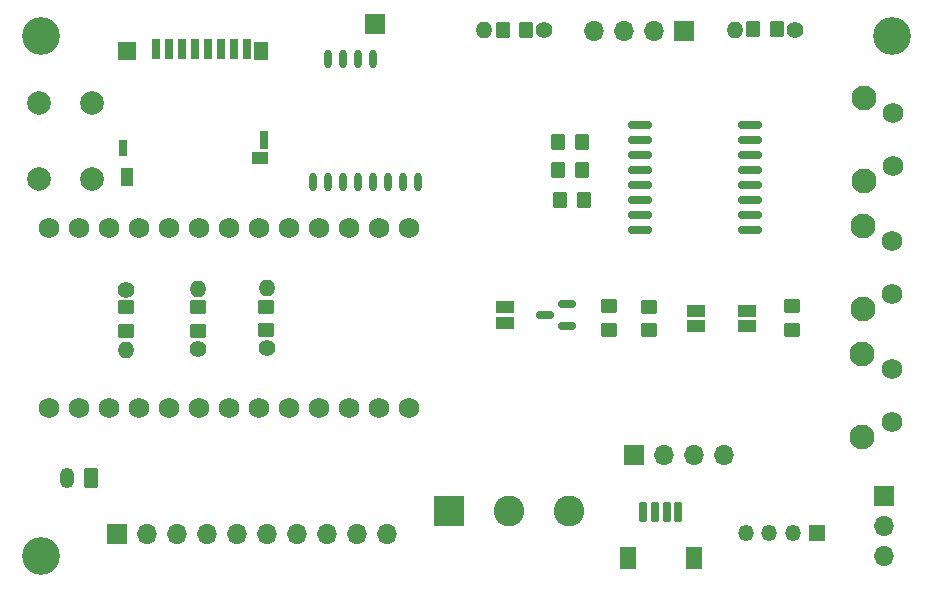
<source format=gbr>
%TF.GenerationSoftware,KiCad,Pcbnew,8.0.6-8.0.6-0~ubuntu24.04.1*%
%TF.CreationDate,2025-11-22T22:57:42-05:00*%
%TF.ProjectId,rook,726f6f6b-2e6b-4696-9361-645f70636258,rev?*%
%TF.SameCoordinates,Original*%
%TF.FileFunction,Soldermask,Top*%
%TF.FilePolarity,Negative*%
%FSLAX46Y46*%
G04 Gerber Fmt 4.6, Leading zero omitted, Abs format (unit mm)*
G04 Created by KiCad (PCBNEW 8.0.6-8.0.6-0~ubuntu24.04.1) date 2025-11-22 22:57:42*
%MOMM*%
%LPD*%
G01*
G04 APERTURE LIST*
G04 Aperture macros list*
%AMRoundRect*
0 Rectangle with rounded corners*
0 $1 Rounding radius*
0 $2 $3 $4 $5 $6 $7 $8 $9 X,Y pos of 4 corners*
0 Add a 4 corners polygon primitive as box body*
4,1,4,$2,$3,$4,$5,$6,$7,$8,$9,$2,$3,0*
0 Add four circle primitives for the rounded corners*
1,1,$1+$1,$2,$3*
1,1,$1+$1,$4,$5*
1,1,$1+$1,$6,$7*
1,1,$1+$1,$8,$9*
0 Add four rect primitives between the rounded corners*
20,1,$1+$1,$2,$3,$4,$5,0*
20,1,$1+$1,$4,$5,$6,$7,0*
20,1,$1+$1,$6,$7,$8,$9,0*
20,1,$1+$1,$8,$9,$2,$3,0*%
G04 Aperture macros list end*
%ADD10RoundRect,0.250000X-0.450000X0.350000X-0.450000X-0.350000X0.450000X-0.350000X0.450000X0.350000X0*%
%ADD11RoundRect,0.250000X-0.350000X-0.450000X0.350000X-0.450000X0.350000X0.450000X-0.350000X0.450000X0*%
%ADD12R,1.700000X1.700000*%
%ADD13O,1.700000X1.700000*%
%ADD14RoundRect,0.250000X0.450000X-0.350000X0.450000X0.350000X-0.450000X0.350000X-0.450000X-0.350000X0*%
%ADD15RoundRect,0.150000X0.587500X0.150000X-0.587500X0.150000X-0.587500X-0.150000X0.587500X-0.150000X0*%
%ADD16R,1.500000X1.000000*%
%ADD17RoundRect,0.050800X0.600000X-0.900000X0.600000X0.900000X-0.600000X0.900000X-0.600000X-0.900000X0*%
%ADD18RoundRect,0.050800X0.250000X-0.775000X0.250000X0.775000X-0.250000X0.775000X-0.250000X-0.775000X0*%
%ADD19C,1.752600*%
%ADD20C,1.400000*%
%ADD21O,1.400000X1.400000*%
%ADD22C,3.200000*%
%ADD23C,2.000000*%
%ADD24RoundRect,0.150000X-0.875000X-0.150000X0.875000X-0.150000X0.875000X0.150000X-0.875000X0.150000X0*%
%ADD25C,2.100000*%
%ADD26C,1.750000*%
%ADD27R,0.700000X1.750000*%
%ADD28R,1.300000X1.500000*%
%ADD29R,0.800000X1.500000*%
%ADD30R,0.800000X1.400000*%
%ADD31R,1.500000X1.500000*%
%ADD32R,1.000000X1.550000*%
%ADD33R,1.450000X1.000000*%
%ADD34RoundRect,0.250000X0.350000X0.450000X-0.350000X0.450000X-0.350000X-0.450000X0.350000X-0.450000X0*%
%ADD35O,1.350000X1.350000*%
%ADD36R,1.350000X1.350000*%
%ADD37RoundRect,0.300000X0.000010X-0.500000X0.000010X0.500000X-0.000010X0.500000X-0.000010X-0.500000X0*%
%ADD38R,2.600000X2.600000*%
%ADD39C,2.600000*%
%ADD40O,1.200000X1.750000*%
%ADD41RoundRect,0.250000X0.350000X0.625000X-0.350000X0.625000X-0.350000X-0.625000X0.350000X-0.625000X0*%
G04 APERTURE END LIST*
D10*
%TO.C,R16*%
X48050000Y-22850000D03*
X48050000Y-24850000D03*
%TD*%
D11*
%TO.C,R14*%
X45800000Y-8950000D03*
X43800000Y-8950000D03*
%TD*%
%TO.C,R13*%
X45800000Y-11350000D03*
X43800000Y-11350000D03*
%TD*%
%TO.C,R12*%
X45950000Y-13850000D03*
X43950000Y-13850000D03*
%TD*%
D12*
%TO.C,J9*%
X6400000Y-42100000D03*
D13*
X8940000Y-42100000D03*
X11480000Y-42100000D03*
X14020000Y-42100000D03*
X16560000Y-42100000D03*
X19100000Y-42100000D03*
X21640000Y-42100000D03*
X24180000Y-42100000D03*
X26720000Y-42100000D03*
X29260000Y-42100000D03*
%TD*%
D14*
%TO.C,R18*%
X63600000Y-22850000D03*
X63600000Y-24850000D03*
%TD*%
%TO.C,R15*%
X51450000Y-24900000D03*
X51450000Y-22900000D03*
%TD*%
D15*
%TO.C,Q2*%
X44550000Y-24550000D03*
X44550000Y-22650000D03*
X42675000Y-23600000D03*
%TD*%
D16*
%TO.C,JP3*%
X39300000Y-22950000D03*
X39300000Y-24250000D03*
%TD*%
%TO.C,JP2*%
X55450000Y-23250000D03*
X55450000Y-24550000D03*
%TD*%
%TO.C,JP1*%
X59800000Y-23250000D03*
X59800000Y-24550000D03*
%TD*%
D17*
%TO.C,J6*%
X55250000Y-44150000D03*
X49650000Y-44150000D03*
D18*
X53950000Y-40250000D03*
X52950000Y-40250000D03*
X51950000Y-40250000D03*
X50950000Y-40250000D03*
%TD*%
D19*
%TO.C,U2*%
X3240000Y-31450000D03*
X5780000Y-31450000D03*
X8320000Y-31450000D03*
X10860000Y-31450000D03*
X13400000Y-31450000D03*
X15940000Y-31450000D03*
X18480000Y-31450000D03*
X21020000Y-31450000D03*
X23560000Y-31450000D03*
X26100000Y-31450000D03*
X28640000Y-31450000D03*
X31180000Y-31450000D03*
X31180000Y-16210000D03*
X28640000Y-16210000D03*
X26100000Y-16210000D03*
X23560000Y-16210000D03*
X21020000Y-16210000D03*
X18480000Y-16210000D03*
X15940000Y-16210000D03*
X13400000Y-16210000D03*
X10860000Y-16210000D03*
X8320000Y-16210000D03*
X5780000Y-16210000D03*
X3240000Y-16210000D03*
X700000Y-16210000D03*
X700000Y-31450000D03*
%TD*%
D20*
%TO.C,R10*%
X19150000Y-26380000D03*
D21*
X19150000Y-21300000D03*
%TD*%
D10*
%TO.C,R5*%
X7150000Y-22950000D03*
X7150000Y-24950000D03*
%TD*%
D14*
%TO.C,R9*%
X19000000Y-24880000D03*
X19000000Y-22880000D03*
%TD*%
D22*
%TO.C,H4*%
X0Y-44000000D03*
%TD*%
D23*
%TO.C,SW4*%
X4300000Y-5600000D03*
X4300000Y-12100000D03*
X-200000Y-5600000D03*
X-200000Y-12100000D03*
%TD*%
D14*
%TO.C,R6*%
X13300000Y-24940000D03*
X13300000Y-22940000D03*
%TD*%
D24*
%TO.C,U3*%
X60000000Y-7510000D03*
X60000000Y-8780000D03*
X60000000Y-10050000D03*
X60000000Y-11320000D03*
X60000000Y-12590000D03*
X60000000Y-13860000D03*
X60000000Y-15130000D03*
X60000000Y-16400000D03*
X50700000Y-16400000D03*
X50700000Y-15130000D03*
X50700000Y-13860000D03*
X50700000Y-12590000D03*
X50700000Y-11320000D03*
X50700000Y-10050000D03*
X50700000Y-8780000D03*
X50700000Y-7510000D03*
%TD*%
D25*
%TO.C,SW1*%
X69660000Y-5200000D03*
X69660000Y-12210000D03*
D26*
X72150000Y-6450000D03*
X72150000Y-10950000D03*
%TD*%
D20*
%TO.C,R1*%
X13300000Y-26500000D03*
D21*
X13300000Y-21420000D03*
%TD*%
D27*
%TO.C,J10*%
X9700000Y-1075000D03*
X10800000Y-1075000D03*
X11900000Y-1075000D03*
X13000000Y-1075000D03*
X14100000Y-1075000D03*
X15200000Y-1075000D03*
X16300000Y-1075000D03*
X17400000Y-1075000D03*
D28*
X18600000Y-1200000D03*
D29*
X18850000Y-8800000D03*
D30*
X6900000Y-9450000D03*
D31*
X7250000Y-1200000D03*
D32*
X7300000Y-11875000D03*
D33*
X18525000Y-10300000D03*
%TD*%
D25*
%TO.C,SW2*%
X69560000Y-16050000D03*
X69560000Y-23060000D03*
D26*
X72050000Y-17300000D03*
X72050000Y-21800000D03*
%TD*%
D22*
%TO.C,H1*%
X0Y0D03*
%TD*%
D25*
%TO.C,SW3*%
X69510000Y-26900000D03*
X69510000Y-33910000D03*
D26*
X72000000Y-28150000D03*
X72000000Y-32650000D03*
%TD*%
D34*
%TO.C,R8*%
X60300000Y600000D03*
X62300000Y600000D03*
%TD*%
D12*
%TO.C,J3*%
X54450000Y440000D03*
D13*
X51910000Y440000D03*
X49370000Y440000D03*
X46830000Y440000D03*
%TD*%
D20*
%TO.C,R3*%
X42620000Y580000D03*
D21*
X37540000Y580000D03*
%TD*%
D34*
%TO.C,R7*%
X39080000Y550000D03*
X41080000Y550000D03*
%TD*%
D20*
%TO.C,R2*%
X7150000Y-21500000D03*
D21*
X7150000Y-26580000D03*
%TD*%
D35*
%TO.C,U4*%
X59650000Y-42050000D03*
X61650000Y-42050000D03*
X63650000Y-42050000D03*
D36*
X65650000Y-42050000D03*
%TD*%
D22*
%TO.C,H3*%
X72000000Y0D03*
%TD*%
D12*
%TO.C,J8*%
X71400000Y-38920000D03*
D13*
X71400000Y-41460000D03*
X71400000Y-44000000D03*
%TD*%
D37*
%TO.C,U1*%
X23030000Y-12350000D03*
X24300000Y-12350000D03*
X25570000Y-12350000D03*
X26840000Y-12350000D03*
X28110000Y-12350000D03*
X29380000Y-12350000D03*
X30650000Y-12350000D03*
X31920000Y-12350000D03*
X28110000Y-1950000D03*
X26840000Y-1950000D03*
X25570000Y-1950000D03*
X24300000Y-1950000D03*
%TD*%
D38*
%TO.C,J7*%
X34550000Y-40150000D03*
D39*
X39630000Y-40150000D03*
X44710000Y-40150000D03*
%TD*%
D12*
%TO.C,J4*%
X28250000Y1040000D03*
%TD*%
D21*
%TO.C,R4*%
X58760000Y570000D03*
D20*
X63840000Y570000D03*
%TD*%
D12*
%TO.C,J2*%
X50180000Y-35450000D03*
D13*
X52720000Y-35450000D03*
X55260000Y-35450000D03*
X57800000Y-35450000D03*
%TD*%
D40*
%TO.C,J1*%
X2200000Y-37400000D03*
D41*
X4200000Y-37400000D03*
%TD*%
M02*

</source>
